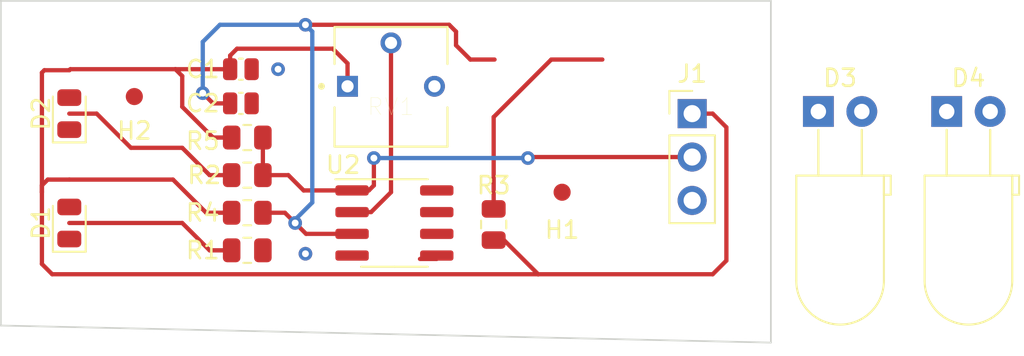
<source format=kicad_pcb>
(kicad_pcb (version 20171130) (host pcbnew 5.1.7-a382d34a8~87~ubuntu20.04.1)

  (general
    (thickness 1.6)
    (drawings 4)
    (tracks 81)
    (zones 0)
    (modules 16)
    (nets 9)
  )

  (page A4)
  (layers
    (0 F.Cu signal)
    (31 B.Cu signal)
    (32 B.Adhes user)
    (33 F.Adhes user)
    (34 B.Paste user)
    (35 F.Paste user)
    (36 B.SilkS user)
    (37 F.SilkS user)
    (38 B.Mask user)
    (39 F.Mask user)
    (40 Dwgs.User user)
    (41 Cmts.User user)
    (42 Eco1.User user)
    (43 Eco2.User user)
    (44 Edge.Cuts user)
    (45 Margin user)
    (46 B.CrtYd user)
    (47 F.CrtYd user)
    (48 B.Fab user)
    (49 F.Fab user)
  )

  (setup
    (last_trace_width 0.25)
    (trace_clearance 0.2)
    (zone_clearance 0.508)
    (zone_45_only no)
    (trace_min 0.2)
    (via_size 0.8)
    (via_drill 0.4)
    (via_min_size 0.4)
    (via_min_drill 0.3)
    (uvia_size 0.3)
    (uvia_drill 0.1)
    (uvias_allowed no)
    (uvia_min_size 0.2)
    (uvia_min_drill 0.1)
    (edge_width 0.05)
    (segment_width 0.2)
    (pcb_text_width 0.3)
    (pcb_text_size 1.5 1.5)
    (mod_edge_width 0.12)
    (mod_text_size 1 1)
    (mod_text_width 0.15)
    (pad_size 1.524 1.524)
    (pad_drill 0.762)
    (pad_to_mask_clearance 0)
    (aux_axis_origin 0 0)
    (visible_elements FFFFFF7F)
    (pcbplotparams
      (layerselection 0x010fc_ffffffff)
      (usegerberextensions false)
      (usegerberattributes true)
      (usegerberadvancedattributes true)
      (creategerberjobfile true)
      (excludeedgelayer true)
      (linewidth 0.100000)
      (plotframeref false)
      (viasonmask false)
      (mode 1)
      (useauxorigin false)
      (hpglpennumber 1)
      (hpglpenspeed 20)
      (hpglpendiameter 15.000000)
      (psnegative false)
      (psa4output false)
      (plotreference true)
      (plotvalue true)
      (plotinvisibletext false)
      (padsonsilk false)
      (subtractmaskfromsilk false)
      (outputformat 1)
      (mirror false)
      (drillshape 1)
      (scaleselection 1)
      (outputdirectory ""))
  )

  (net 0 "")
  (net 1 +5V)
  (net 2 GND)
  (net 3 "Net-(C2-Pad1)")
  (net 4 "Net-(D1-Pad1)")
  (net 5 "Net-(D2-Pad1)")
  (net 6 /D0)
  (net 7 "Net-(RV1-Pad2)")
  (net 8 "Net-(D3-Pad2)")

  (net_class Default "This is the default net class."
    (clearance 0.2)
    (trace_width 0.25)
    (via_dia 0.8)
    (via_drill 0.4)
    (uvia_dia 0.3)
    (uvia_drill 0.1)
    (add_net +5V)
    (add_net /D0)
    (add_net GND)
    (add_net "Net-(C2-Pad1)")
    (add_net "Net-(D1-Pad1)")
    (add_net "Net-(D2-Pad1)")
    (add_net "Net-(D3-Pad2)")
    (add_net "Net-(RV1-Pad2)")
  )

  (module Capacitor_SMD:C_0504_1310Metric_Pad0.83x1.28mm_HandSolder (layer F.Cu) (tedit 5F6BB22C) (tstamp 5FA62D7C)
    (at 121.0275 77)
    (descr "Capacitor SMD 0504 (1310 Metric), square (rectangular) end terminal, IPC_7351 nominal with elongated pad for handsoldering. (Body size source: IPC-SM-782 page 76, https://www.pcb-3d.com/wordpress/wp-content/uploads/ipc-sm-782a_amendment_1_and_2.pdf), generated with kicad-footprint-generator")
    (tags "capacitor handsolder")
    (path /5F9F8CCD)
    (attr smd)
    (fp_text reference C1 (at -2.2275 0) (layer F.SilkS)
      (effects (font (size 1 1) (thickness 0.15)))
    )
    (fp_text value 104 (at 2.9725 0) (layer F.Fab)
      (effects (font (size 1 1) (thickness 0.15)))
    )
    (fp_line (start -0.585 0.51) (end -0.585 -0.51) (layer F.Fab) (width 0.1))
    (fp_line (start -0.585 -0.51) (end 0.585 -0.51) (layer F.Fab) (width 0.1))
    (fp_line (start 0.585 -0.51) (end 0.585 0.51) (layer F.Fab) (width 0.1))
    (fp_line (start 0.585 0.51) (end -0.585 0.51) (layer F.Fab) (width 0.1))
    (fp_line (start -0.101969 -0.62) (end 0.101969 -0.62) (layer F.SilkS) (width 0.12))
    (fp_line (start -0.101969 0.62) (end 0.101969 0.62) (layer F.SilkS) (width 0.12))
    (fp_line (start -1.19 0.79) (end -1.19 -0.79) (layer F.CrtYd) (width 0.05))
    (fp_line (start -1.19 -0.79) (end 1.19 -0.79) (layer F.CrtYd) (width 0.05))
    (fp_line (start 1.19 -0.79) (end 1.19 0.79) (layer F.CrtYd) (width 0.05))
    (fp_line (start 1.19 0.79) (end -1.19 0.79) (layer F.CrtYd) (width 0.05))
    (fp_text user %R (at 0 0) (layer F.Fab)
      (effects (font (size 0.29 0.29) (thickness 0.04)))
    )
    (pad 1 smd roundrect (at -0.6275 0) (size 0.835 1.28) (layers F.Cu F.Paste F.Mask) (roundrect_rratio 0.25)
      (net 1 +5V))
    (pad 2 smd roundrect (at 0.6275 0) (size 0.835 1.28) (layers F.Cu F.Paste F.Mask) (roundrect_rratio 0.25)
      (net 2 GND))
    (model ${KISYS3DMOD}/Capacitor_SMD.3dshapes/C_0504_1310Metric.wrl
      (at (xyz 0 0 0))
      (scale (xyz 1 1 1))
      (rotate (xyz 0 0 0))
    )
  )

  (module Capacitor_SMD:C_0504_1310Metric_Pad0.83x1.28mm_HandSolder (layer F.Cu) (tedit 5F6BB22C) (tstamp 5FA62D8D)
    (at 121.0275 79)
    (descr "Capacitor SMD 0504 (1310 Metric), square (rectangular) end terminal, IPC_7351 nominal with elongated pad for handsoldering. (Body size source: IPC-SM-782 page 76, https://www.pcb-3d.com/wordpress/wp-content/uploads/ipc-sm-782a_amendment_1_and_2.pdf), generated with kicad-footprint-generator")
    (tags "capacitor handsolder")
    (path /5F9FD5B9)
    (attr smd)
    (fp_text reference C2 (at -2.2275 0) (layer F.SilkS)
      (effects (font (size 1 1) (thickness 0.15)))
    )
    (fp_text value 104 (at 2.9725 0) (layer F.Fab)
      (effects (font (size 1 1) (thickness 0.15)))
    )
    (fp_line (start 1.19 0.79) (end -1.19 0.79) (layer F.CrtYd) (width 0.05))
    (fp_line (start 1.19 -0.79) (end 1.19 0.79) (layer F.CrtYd) (width 0.05))
    (fp_line (start -1.19 -0.79) (end 1.19 -0.79) (layer F.CrtYd) (width 0.05))
    (fp_line (start -1.19 0.79) (end -1.19 -0.79) (layer F.CrtYd) (width 0.05))
    (fp_line (start -0.101969 0.62) (end 0.101969 0.62) (layer F.SilkS) (width 0.12))
    (fp_line (start -0.101969 -0.62) (end 0.101969 -0.62) (layer F.SilkS) (width 0.12))
    (fp_line (start 0.585 0.51) (end -0.585 0.51) (layer F.Fab) (width 0.1))
    (fp_line (start 0.585 -0.51) (end 0.585 0.51) (layer F.Fab) (width 0.1))
    (fp_line (start -0.585 -0.51) (end 0.585 -0.51) (layer F.Fab) (width 0.1))
    (fp_line (start -0.585 0.51) (end -0.585 -0.51) (layer F.Fab) (width 0.1))
    (fp_text user %R (at 0 0) (layer F.Fab)
      (effects (font (size 0.29 0.29) (thickness 0.04)))
    )
    (pad 2 smd roundrect (at 0.6275 0) (size 0.835 1.28) (layers F.Cu F.Paste F.Mask) (roundrect_rratio 0.25)
      (net 2 GND))
    (pad 1 smd roundrect (at -0.6275 0) (size 0.835 1.28) (layers F.Cu F.Paste F.Mask) (roundrect_rratio 0.25)
      (net 3 "Net-(C2-Pad1)"))
    (model ${KISYS3DMOD}/Capacitor_SMD.3dshapes/C_0504_1310Metric.wrl
      (at (xyz 0 0 0))
      (scale (xyz 1 1 1))
      (rotate (xyz 0 0 0))
    )
  )

  (module Fiducial:Fiducial_1mm_Mask2mm (layer F.Cu) (tedit 5C18CB26) (tstamp 5FA62DC7)
    (at 139.8 84.2)
    (descr "Circular Fiducial, 1mm bare copper, 2mm soldermask opening (Level A)")
    (tags fiducial)
    (path /5FA6F62D)
    (attr smd)
    (fp_text reference H1 (at 0 2.2) (layer F.SilkS)
      (effects (font (size 1 1) (thickness 0.15)))
    )
    (fp_text value MountingHole (at 2.2 -0.4 90) (layer F.Fab)
      (effects (font (size 1 1) (thickness 0.15)))
    )
    (fp_circle (center 0 0) (end 1 0) (layer F.Fab) (width 0.1))
    (fp_circle (center 0 0) (end 1.25 0) (layer F.CrtYd) (width 0.05))
    (fp_text user %R (at 0 0) (layer F.Fab)
      (effects (font (size 0.4 0.4) (thickness 0.06)))
    )
    (pad "" smd circle (at 0 0) (size 1 1) (layers F.Cu F.Mask)
      (solder_mask_margin 0.5) (clearance 0.5))
  )

  (module Fiducial:Fiducial_1mm_Mask2mm (layer F.Cu) (tedit 5C18CB26) (tstamp 5FA62DCF)
    (at 114.8 78.6)
    (descr "Circular Fiducial, 1mm bare copper, 2mm soldermask opening (Level A)")
    (tags fiducial)
    (path /5FA70E47)
    (attr smd)
    (fp_text reference H2 (at 0 2) (layer F.SilkS)
      (effects (font (size 1 1) (thickness 0.15)))
    )
    (fp_text value MountingHole (at 1.6 4 270) (layer F.Fab)
      (effects (font (size 1 1) (thickness 0.15)))
    )
    (fp_circle (center 0 0) (end 1.25 0) (layer F.CrtYd) (width 0.05))
    (fp_circle (center 0 0) (end 1 0) (layer F.Fab) (width 0.1))
    (fp_text user %R (at 1.354999 0) (layer F.Fab)
      (effects (font (size 0.4 0.4) (thickness 0.06)))
    )
    (pad "" smd circle (at 0 0) (size 1 1) (layers F.Cu F.Mask)
      (solder_mask_margin 0.5) (clearance 0.5))
  )

  (module Connector_PinHeader_2.54mm:PinHeader_1x03_P2.54mm_Vertical (layer F.Cu) (tedit 59FED5CC) (tstamp 5FA6BFF2)
    (at 147.4 79.6)
    (descr "Through hole straight pin header, 1x03, 2.54mm pitch, single row")
    (tags "Through hole pin header THT 1x03 2.54mm single row")
    (path /5F9FAFDC)
    (fp_text reference J1 (at 0 -2.33) (layer F.SilkS)
      (effects (font (size 1 1) (thickness 0.15)))
    )
    (fp_text value Conn_01x03_Male (at -2.8 3 90) (layer F.Fab)
      (effects (font (size 1 1) (thickness 0.15)))
    )
    (fp_line (start -0.635 -1.27) (end 1.27 -1.27) (layer F.Fab) (width 0.1))
    (fp_line (start 1.27 -1.27) (end 1.27 6.35) (layer F.Fab) (width 0.1))
    (fp_line (start 1.27 6.35) (end -1.27 6.35) (layer F.Fab) (width 0.1))
    (fp_line (start -1.27 6.35) (end -1.27 -0.635) (layer F.Fab) (width 0.1))
    (fp_line (start -1.27 -0.635) (end -0.635 -1.27) (layer F.Fab) (width 0.1))
    (fp_line (start -1.33 6.41) (end 1.33 6.41) (layer F.SilkS) (width 0.12))
    (fp_line (start -1.33 1.27) (end -1.33 6.41) (layer F.SilkS) (width 0.12))
    (fp_line (start 1.33 1.27) (end 1.33 6.41) (layer F.SilkS) (width 0.12))
    (fp_line (start -1.33 1.27) (end 1.33 1.27) (layer F.SilkS) (width 0.12))
    (fp_line (start -1.33 0) (end -1.33 -1.33) (layer F.SilkS) (width 0.12))
    (fp_line (start -1.33 -1.33) (end 0 -1.33) (layer F.SilkS) (width 0.12))
    (fp_line (start -1.8 -1.8) (end -1.8 6.85) (layer F.CrtYd) (width 0.05))
    (fp_line (start -1.8 6.85) (end 1.8 6.85) (layer F.CrtYd) (width 0.05))
    (fp_line (start 1.8 6.85) (end 1.8 -1.8) (layer F.CrtYd) (width 0.05))
    (fp_line (start 1.8 -1.8) (end -1.8 -1.8) (layer F.CrtYd) (width 0.05))
    (fp_text user %R (at 0 2.54 90) (layer F.Fab)
      (effects (font (size 1 1) (thickness 0.15)))
    )
    (pad 1 thru_hole rect (at 0 0) (size 1.7 1.7) (drill 1) (layers *.Cu *.Mask)
      (net 1 +5V))
    (pad 2 thru_hole oval (at 0 2.54) (size 1.7 1.7) (drill 1) (layers *.Cu *.Mask)
      (net 6 /D0))
    (pad 3 thru_hole oval (at 0 5.08) (size 1.7 1.7) (drill 1) (layers *.Cu *.Mask)
      (net 2 GND))
    (model ${KISYS3DMOD}/Connector_PinHeader_2.54mm.3dshapes/PinHeader_1x03_P2.54mm_Vertical.wrl
      (at (xyz 0 0 0))
      (scale (xyz 1 1 1))
      (rotate (xyz 0 0 0))
    )
  )

  (module Resistor_SMD:R_0805_2012Metric (layer F.Cu) (tedit 5F68FEEE) (tstamp 5FA62DF7)
    (at 121.4 87.6)
    (descr "Resistor SMD 0805 (2012 Metric), square (rectangular) end terminal, IPC_7351 nominal, (Body size source: IPC-SM-782 page 72, https://www.pcb-3d.com/wordpress/wp-content/uploads/ipc-sm-782a_amendment_1_and_2.pdf), generated with kicad-footprint-generator")
    (tags resistor)
    (path /5FA074D2)
    (attr smd)
    (fp_text reference R1 (at -2.6 0) (layer F.SilkS)
      (effects (font (size 1 1) (thickness 0.15)))
    )
    (fp_text value 1K (at 2.6 0) (layer F.Fab)
      (effects (font (size 1 1) (thickness 0.15)))
    )
    (fp_line (start -1 0.625) (end -1 -0.625) (layer F.Fab) (width 0.1))
    (fp_line (start -1 -0.625) (end 1 -0.625) (layer F.Fab) (width 0.1))
    (fp_line (start 1 -0.625) (end 1 0.625) (layer F.Fab) (width 0.1))
    (fp_line (start 1 0.625) (end -1 0.625) (layer F.Fab) (width 0.1))
    (fp_line (start -0.227064 -0.735) (end 0.227064 -0.735) (layer F.SilkS) (width 0.12))
    (fp_line (start -0.227064 0.735) (end 0.227064 0.735) (layer F.SilkS) (width 0.12))
    (fp_line (start -1.68 0.95) (end -1.68 -0.95) (layer F.CrtYd) (width 0.05))
    (fp_line (start -1.68 -0.95) (end 1.68 -0.95) (layer F.CrtYd) (width 0.05))
    (fp_line (start 1.68 -0.95) (end 1.68 0.95) (layer F.CrtYd) (width 0.05))
    (fp_line (start 1.68 0.95) (end -1.68 0.95) (layer F.CrtYd) (width 0.05))
    (fp_text user %R (at -1 0) (layer F.Fab)
      (effects (font (size 0.5 0.5) (thickness 0.08)))
    )
    (pad 1 smd roundrect (at -0.9125 0) (size 1.025 1.4) (layers F.Cu F.Paste F.Mask) (roundrect_rratio 0.243902)
      (net 4 "Net-(D1-Pad1)"))
    (pad 2 smd roundrect (at 0.9125 0) (size 1.025 1.4) (layers F.Cu F.Paste F.Mask) (roundrect_rratio 0.243902)
      (net 2 GND))
    (model ${KISYS3DMOD}/Resistor_SMD.3dshapes/R_0805_2012Metric.wrl
      (at (xyz 0 0 0))
      (scale (xyz 1 1 1))
      (rotate (xyz 0 0 0))
    )
  )

  (module Resistor_SMD:R_0805_2012Metric (layer F.Cu) (tedit 5F68FEEE) (tstamp 5FA62E08)
    (at 121.4 83.2)
    (descr "Resistor SMD 0805 (2012 Metric), square (rectangular) end terminal, IPC_7351 nominal, (Body size source: IPC-SM-782 page 72, https://www.pcb-3d.com/wordpress/wp-content/uploads/ipc-sm-782a_amendment_1_and_2.pdf), generated with kicad-footprint-generator")
    (tags resistor)
    (path /5F9FC3E7)
    (attr smd)
    (fp_text reference R2 (at -2.5125 0) (layer F.SilkS)
      (effects (font (size 1 1) (thickness 0.15)))
    )
    (fp_text value 1K (at 2.7125 0.2) (layer F.Fab)
      (effects (font (size 1 1) (thickness 0.15)))
    )
    (fp_line (start 1.68 0.95) (end -1.68 0.95) (layer F.CrtYd) (width 0.05))
    (fp_line (start 1.68 -0.95) (end 1.68 0.95) (layer F.CrtYd) (width 0.05))
    (fp_line (start -1.68 -0.95) (end 1.68 -0.95) (layer F.CrtYd) (width 0.05))
    (fp_line (start -1.68 0.95) (end -1.68 -0.95) (layer F.CrtYd) (width 0.05))
    (fp_line (start -0.227064 0.735) (end 0.227064 0.735) (layer F.SilkS) (width 0.12))
    (fp_line (start -0.227064 -0.735) (end 0.227064 -0.735) (layer F.SilkS) (width 0.12))
    (fp_line (start 1 0.625) (end -1 0.625) (layer F.Fab) (width 0.1))
    (fp_line (start 1 -0.625) (end 1 0.625) (layer F.Fab) (width 0.1))
    (fp_line (start -1 -0.625) (end 1 -0.625) (layer F.Fab) (width 0.1))
    (fp_line (start -1 0.625) (end -1 -0.625) (layer F.Fab) (width 0.1))
    (fp_text user %R (at 0 0) (layer F.Fab)
      (effects (font (size 0.5 0.5) (thickness 0.08)))
    )
    (pad 2 smd roundrect (at 0.9125 0) (size 1.025 1.4) (layers F.Cu F.Paste F.Mask) (roundrect_rratio 0.243902)
      (net 6 /D0))
    (pad 1 smd roundrect (at -0.9125 0) (size 1.025 1.4) (layers F.Cu F.Paste F.Mask) (roundrect_rratio 0.243902)
      (net 5 "Net-(D2-Pad1)"))
    (model ${KISYS3DMOD}/Resistor_SMD.3dshapes/R_0805_2012Metric.wrl
      (at (xyz 0 0 0))
      (scale (xyz 1 1 1))
      (rotate (xyz 0 0 0))
    )
  )

  (module Resistor_SMD:R_0805_2012Metric (layer F.Cu) (tedit 5F68FEEE) (tstamp 5FA6C2D4)
    (at 135.8 86.0875 90)
    (descr "Resistor SMD 0805 (2012 Metric), square (rectangular) end terminal, IPC_7351 nominal, (Body size source: IPC-SM-782 page 72, https://www.pcb-3d.com/wordpress/wp-content/uploads/ipc-sm-782a_amendment_1_and_2.pdf), generated with kicad-footprint-generator")
    (tags resistor)
    (path /5FA0E964)
    (attr smd)
    (fp_text reference R3 (at 2.2875 0 180) (layer F.SilkS)
      (effects (font (size 1 1) (thickness 0.15)))
    )
    (fp_text value 100 (at -2.5125 0 180) (layer F.Fab)
      (effects (font (size 1 1) (thickness 0.15)))
    )
    (fp_line (start 1.68 0.95) (end -1.68 0.95) (layer F.CrtYd) (width 0.05))
    (fp_line (start 1.68 -0.95) (end 1.68 0.95) (layer F.CrtYd) (width 0.05))
    (fp_line (start -1.68 -0.95) (end 1.68 -0.95) (layer F.CrtYd) (width 0.05))
    (fp_line (start -1.68 0.95) (end -1.68 -0.95) (layer F.CrtYd) (width 0.05))
    (fp_line (start -0.227064 0.735) (end 0.227064 0.735) (layer F.SilkS) (width 0.12))
    (fp_line (start -0.227064 -0.735) (end 0.227064 -0.735) (layer F.SilkS) (width 0.12))
    (fp_line (start 1 0.625) (end -1 0.625) (layer F.Fab) (width 0.1))
    (fp_line (start 1 -0.625) (end 1 0.625) (layer F.Fab) (width 0.1))
    (fp_line (start -1 -0.625) (end 1 -0.625) (layer F.Fab) (width 0.1))
    (fp_line (start -1 0.625) (end -1 -0.625) (layer F.Fab) (width 0.1))
    (fp_text user %R (at 0 0 270) (layer F.Fab)
      (effects (font (size 0.5 0.5) (thickness 0.08)))
    )
    (pad 2 smd roundrect (at 0.9125 0 90) (size 1.025 1.4) (layers F.Cu F.Paste F.Mask) (roundrect_rratio 0.243902)
      (net 8 "Net-(D3-Pad2)"))
    (pad 1 smd roundrect (at -0.9125 0 90) (size 1.025 1.4) (layers F.Cu F.Paste F.Mask) (roundrect_rratio 0.243902)
      (net 1 +5V))
    (model ${KISYS3DMOD}/Resistor_SMD.3dshapes/R_0805_2012Metric.wrl
      (at (xyz 0 0 0))
      (scale (xyz 1 1 1))
      (rotate (xyz 0 0 0))
    )
  )

  (module Resistor_SMD:R_0805_2012Metric (layer F.Cu) (tedit 5F68FEEE) (tstamp 5FA6B143)
    (at 121.4 85.4)
    (descr "Resistor SMD 0805 (2012 Metric), square (rectangular) end terminal, IPC_7351 nominal, (Body size source: IPC-SM-782 page 72, https://www.pcb-3d.com/wordpress/wp-content/uploads/ipc-sm-782a_amendment_1_and_2.pdf), generated with kicad-footprint-generator")
    (tags resistor)
    (path /5F9FCABF)
    (attr smd)
    (fp_text reference R4 (at -2.6 0) (layer F.SilkS)
      (effects (font (size 1 1) (thickness 0.15)))
    )
    (fp_text value 10K (at 3 0) (layer F.Fab)
      (effects (font (size 1 1) (thickness 0.15)))
    )
    (fp_line (start -1 0.625) (end -1 -0.625) (layer F.Fab) (width 0.1))
    (fp_line (start -1 -0.625) (end 1 -0.625) (layer F.Fab) (width 0.1))
    (fp_line (start 1 -0.625) (end 1 0.625) (layer F.Fab) (width 0.1))
    (fp_line (start 1 0.625) (end -1 0.625) (layer F.Fab) (width 0.1))
    (fp_line (start -0.227064 -0.735) (end 0.227064 -0.735) (layer F.SilkS) (width 0.12))
    (fp_line (start -0.227064 0.735) (end 0.227064 0.735) (layer F.SilkS) (width 0.12))
    (fp_line (start -1.68 0.95) (end -1.68 -0.95) (layer F.CrtYd) (width 0.05))
    (fp_line (start -1.68 -0.95) (end 1.68 -0.95) (layer F.CrtYd) (width 0.05))
    (fp_line (start 1.68 -0.95) (end 1.68 0.95) (layer F.CrtYd) (width 0.05))
    (fp_line (start 1.68 0.95) (end -1.68 0.95) (layer F.CrtYd) (width 0.05))
    (fp_text user %R (at -1 0) (layer F.Fab)
      (effects (font (size 0.5 0.5) (thickness 0.08)))
    )
    (pad 1 smd roundrect (at -0.9125 0) (size 1.025 1.4) (layers F.Cu F.Paste F.Mask) (roundrect_rratio 0.243902)
      (net 1 +5V))
    (pad 2 smd roundrect (at 0.9125 0) (size 1.025 1.4) (layers F.Cu F.Paste F.Mask) (roundrect_rratio 0.243902)
      (net 3 "Net-(C2-Pad1)"))
    (model ${KISYS3DMOD}/Resistor_SMD.3dshapes/R_0805_2012Metric.wrl
      (at (xyz 0 0 0))
      (scale (xyz 1 1 1))
      (rotate (xyz 0 0 0))
    )
  )

  (module Resistor_SMD:R_0805_2012Metric (layer F.Cu) (tedit 5F68FEEE) (tstamp 5FA6B401)
    (at 121.4 81)
    (descr "Resistor SMD 0805 (2012 Metric), square (rectangular) end terminal, IPC_7351 nominal, (Body size source: IPC-SM-782 page 72, https://www.pcb-3d.com/wordpress/wp-content/uploads/ipc-sm-782a_amendment_1_and_2.pdf), generated with kicad-footprint-generator")
    (tags resistor)
    (path /5FA5B713)
    (attr smd)
    (fp_text reference R5 (at -2.6 0.2) (layer F.SilkS)
      (effects (font (size 1 1) (thickness 0.15)))
    )
    (fp_text value 10K (at 2.9125 0) (layer F.Fab)
      (effects (font (size 1 1) (thickness 0.15)))
    )
    (fp_line (start -1 0.625) (end -1 -0.625) (layer F.Fab) (width 0.1))
    (fp_line (start -1 -0.625) (end 1 -0.625) (layer F.Fab) (width 0.1))
    (fp_line (start 1 -0.625) (end 1 0.625) (layer F.Fab) (width 0.1))
    (fp_line (start 1 0.625) (end -1 0.625) (layer F.Fab) (width 0.1))
    (fp_line (start -0.227064 -0.735) (end 0.227064 -0.735) (layer F.SilkS) (width 0.12))
    (fp_line (start -0.227064 0.735) (end 0.227064 0.735) (layer F.SilkS) (width 0.12))
    (fp_line (start -1.68 0.95) (end -1.68 -0.95) (layer F.CrtYd) (width 0.05))
    (fp_line (start -1.68 -0.95) (end 1.68 -0.95) (layer F.CrtYd) (width 0.05))
    (fp_line (start 1.68 -0.95) (end 1.68 0.95) (layer F.CrtYd) (width 0.05))
    (fp_line (start 1.68 0.95) (end -1.68 0.95) (layer F.CrtYd) (width 0.05))
    (fp_text user %R (at 0 0) (layer F.Fab)
      (effects (font (size 0.5 0.5) (thickness 0.08)))
    )
    (pad 1 smd roundrect (at -0.9125 0) (size 1.025 1.4) (layers F.Cu F.Paste F.Mask) (roundrect_rratio 0.243902)
      (net 1 +5V))
    (pad 2 smd roundrect (at 0.9125 0) (size 1.025 1.4) (layers F.Cu F.Paste F.Mask) (roundrect_rratio 0.243902)
      (net 6 /D0))
    (model ${KISYS3DMOD}/Resistor_SMD.3dshapes/R_0805_2012Metric.wrl
      (at (xyz 0 0 0))
      (scale (xyz 1 1 1))
      (rotate (xyz 0 0 0))
    )
  )

  (module Package_SO:SOIC-8_3.9x4.9mm_P1.27mm (layer F.Cu) (tedit 5D9F72B1) (tstamp 5FA6C30D)
    (at 130 86)
    (descr "SOIC, 8 Pin (JEDEC MS-012AA, https://www.analog.com/media/en/package-pcb-resources/package/pkg_pdf/soic_narrow-r/r_8.pdf), generated with kicad-footprint-generator ipc_gullwing_generator.py")
    (tags "SOIC SO")
    (path /5F9F97F0)
    (attr smd)
    (fp_text reference U2 (at -3 -3.4) (layer F.SilkS)
      (effects (font (size 1 1) (thickness 0.15)))
    )
    (fp_text value LM393 (at 1.4 -3.4) (layer F.Fab)
      (effects (font (size 1 1) (thickness 0.15)))
    )
    (fp_line (start 0 2.56) (end 1.95 2.56) (layer F.SilkS) (width 0.12))
    (fp_line (start 0 2.56) (end -1.95 2.56) (layer F.SilkS) (width 0.12))
    (fp_line (start 0 -2.56) (end 1.95 -2.56) (layer F.SilkS) (width 0.12))
    (fp_line (start 0 -2.56) (end -3.45 -2.56) (layer F.SilkS) (width 0.12))
    (fp_line (start -0.975 -2.45) (end 1.95 -2.45) (layer F.Fab) (width 0.1))
    (fp_line (start 1.95 -2.45) (end 1.95 2.45) (layer F.Fab) (width 0.1))
    (fp_line (start 1.95 2.45) (end -1.95 2.45) (layer F.Fab) (width 0.1))
    (fp_line (start -1.95 2.45) (end -1.95 -1.475) (layer F.Fab) (width 0.1))
    (fp_line (start -1.95 -1.475) (end -0.975 -2.45) (layer F.Fab) (width 0.1))
    (fp_line (start -3.7 -2.7) (end -3.7 2.7) (layer F.CrtYd) (width 0.05))
    (fp_line (start -3.7 2.7) (end 3.7 2.7) (layer F.CrtYd) (width 0.05))
    (fp_line (start 3.7 2.7) (end 3.7 -2.7) (layer F.CrtYd) (width 0.05))
    (fp_line (start 3.7 -2.7) (end -3.7 -2.7) (layer F.CrtYd) (width 0.05))
    (fp_text user %R (at 0 -0.2) (layer F.Fab)
      (effects (font (size 0.98 0.98) (thickness 0.15)))
    )
    (pad 1 smd roundrect (at -2.475 -1.905) (size 1.95 0.6) (layers F.Cu F.Paste F.Mask) (roundrect_rratio 0.25)
      (net 6 /D0))
    (pad 2 smd roundrect (at -2.475 -0.635) (size 1.95 0.6) (layers F.Cu F.Paste F.Mask) (roundrect_rratio 0.25)
      (net 7 "Net-(RV1-Pad2)"))
    (pad 3 smd roundrect (at -2.475 0.635) (size 1.95 0.6) (layers F.Cu F.Paste F.Mask) (roundrect_rratio 0.25)
      (net 3 "Net-(C2-Pad1)"))
    (pad 4 smd roundrect (at -2.475 1.905) (size 1.95 0.6) (layers F.Cu F.Paste F.Mask) (roundrect_rratio 0.25))
    (pad 5 smd roundrect (at 2.475 1.905) (size 1.95 0.6) (layers F.Cu F.Paste F.Mask) (roundrect_rratio 0.25))
    (pad 6 smd roundrect (at 2.475 0.635) (size 1.95 0.6) (layers F.Cu F.Paste F.Mask) (roundrect_rratio 0.25))
    (pad 7 smd roundrect (at 2.475 -0.635) (size 1.95 0.6) (layers F.Cu F.Paste F.Mask) (roundrect_rratio 0.25))
    (pad 8 smd roundrect (at 2.475 -1.905) (size 1.95 0.6) (layers F.Cu F.Paste F.Mask) (roundrect_rratio 0.25))
    (model ${KISYS3DMOD}/Package_SO.3dshapes/SOIC-8_3.9x4.9mm_P1.27mm.wrl
      (at (xyz 0 0 0))
      (scale (xyz 1 1 1))
      (rotate (xyz 0 0 0))
    )
  )

  (module 3362P-1-103:TRIM_3362P-1-103 (layer F.Cu) (tedit 5FA5753A) (tstamp 5FA6A92A)
    (at 129.8 78)
    (path /5FA0095E)
    (fp_text reference RV1 (at 0 1.2) (layer F.SilkS)
      (effects (font (size 1.002756 1.002756) (thickness 0.015)))
    )
    (fp_text value 20K (at 0 2.4) (layer F.Fab)
      (effects (font (size 1.002394 1.002394) (thickness 0.015)))
    )
    (fp_line (start -3.3 3.52) (end -3.3 1.235) (layer F.SilkS) (width 0.127))
    (fp_line (start -3.3 -1.305) (end -3.3 -3.47) (layer F.SilkS) (width 0.127))
    (fp_line (start -3.3 -3.47) (end 3.3 -3.47) (layer F.SilkS) (width 0.127))
    (fp_line (start 3.3 -3.47) (end 3.3 -1.305) (layer F.SilkS) (width 0.127))
    (fp_line (start 3.3 1.235) (end 3.3 3.52) (layer F.SilkS) (width 0.127))
    (fp_line (start 3.55 3.78) (end -3.55 3.78) (layer F.CrtYd) (width 0.05))
    (fp_line (start -3.55 3.78) (end -3.55 -3.72) (layer F.CrtYd) (width 0.05))
    (fp_line (start -3.55 -3.72) (end 3.55 -3.72) (layer F.CrtYd) (width 0.05))
    (fp_line (start 3.55 -3.72) (end 3.55 3.78) (layer F.CrtYd) (width 0.05))
    (fp_line (start -3.3 -3.47) (end 3.3 -3.47) (layer F.Fab) (width 0.127))
    (fp_line (start 3.3 -3.47) (end 3.3 3.53) (layer F.Fab) (width 0.127))
    (fp_line (start 3.3 3.53) (end -3.3 3.53) (layer F.Fab) (width 0.127))
    (fp_line (start -3.3 3.53) (end -3.3 -3.47) (layer F.Fab) (width 0.127))
    (fp_line (start 3.3 3.53) (end -3.3 3.53) (layer F.SilkS) (width 0.127))
    (fp_circle (center -4.064 0) (end -3.964 0) (layer F.SilkS) (width 0.2))
    (pad 3 thru_hole circle (at 2.54 0) (size 1.222 1.222) (drill 0.714) (layers *.Cu *.Mask)
      (net 2 GND))
    (pad 2 thru_hole circle (at 0 -2.54) (size 1.222 1.222) (drill 0.714) (layers *.Cu *.Mask)
      (net 7 "Net-(RV1-Pad2)"))
    (pad 1 thru_hole rect (at -2.54 0) (size 1.222 1.222) (drill 0.714) (layers *.Cu *.Mask)
      (net 1 +5V))
  )

  (module Diode_SMD:D_0805_2012Metric (layer F.Cu) (tedit 5F68FEF0) (tstamp 5FA6CE5D)
    (at 111 86 90)
    (descr "Diode SMD 0805 (2012 Metric), square (rectangular) end terminal, IPC_7351 nominal, (Body size source: https://docs.google.com/spreadsheets/d/1BsfQQcO9C6DZCsRaXUlFlo91Tg2WpOkGARC1WS5S8t0/edit?usp=sharing), generated with kicad-footprint-generator")
    (tags diode)
    (path /5F9F90C6)
    (attr smd)
    (fp_text reference D1 (at 0 -1.65 90) (layer F.SilkS)
      (effects (font (size 1 1) (thickness 0.15)))
    )
    (fp_text value LED (at 0 1.65 90) (layer F.Fab)
      (effects (font (size 1 1) (thickness 0.15)))
    )
    (fp_line (start 1.68 0.95) (end -1.68 0.95) (layer F.CrtYd) (width 0.05))
    (fp_line (start 1.68 -0.95) (end 1.68 0.95) (layer F.CrtYd) (width 0.05))
    (fp_line (start -1.68 -0.95) (end 1.68 -0.95) (layer F.CrtYd) (width 0.05))
    (fp_line (start -1.68 0.95) (end -1.68 -0.95) (layer F.CrtYd) (width 0.05))
    (fp_line (start -1.685 0.96) (end 1 0.96) (layer F.SilkS) (width 0.12))
    (fp_line (start -1.685 -0.96) (end -1.685 0.96) (layer F.SilkS) (width 0.12))
    (fp_line (start 1 -0.96) (end -1.685 -0.96) (layer F.SilkS) (width 0.12))
    (fp_line (start 1 0.6) (end 1 -0.6) (layer F.Fab) (width 0.1))
    (fp_line (start -1 0.6) (end 1 0.6) (layer F.Fab) (width 0.1))
    (fp_line (start -1 -0.3) (end -1 0.6) (layer F.Fab) (width 0.1))
    (fp_line (start -0.7 -0.6) (end -1 -0.3) (layer F.Fab) (width 0.1))
    (fp_line (start 1 -0.6) (end -0.7 -0.6) (layer F.Fab) (width 0.1))
    (fp_text user %R (at 0 0 90) (layer F.Fab)
      (effects (font (size 0.5 0.5) (thickness 0.08)))
    )
    (pad 1 smd roundrect (at -0.9375 0 90) (size 0.975 1.4) (layers F.Cu F.Paste F.Mask) (roundrect_rratio 0.25)
      (net 4 "Net-(D1-Pad1)"))
    (pad 2 smd roundrect (at 0.9375 0 90) (size 0.975 1.4) (layers F.Cu F.Paste F.Mask) (roundrect_rratio 0.25)
      (net 1 +5V))
    (model ${KISYS3DMOD}/Diode_SMD.3dshapes/D_0805_2012Metric.wrl
      (at (xyz 0 0 0))
      (scale (xyz 1 1 1))
      (rotate (xyz 0 0 0))
    )
  )

  (module Diode_SMD:D_0805_2012Metric (layer F.Cu) (tedit 5F68FEF0) (tstamp 5FA6CE6F)
    (at 111 79.6 90)
    (descr "Diode SMD 0805 (2012 Metric), square (rectangular) end terminal, IPC_7351 nominal, (Body size source: https://docs.google.com/spreadsheets/d/1BsfQQcO9C6DZCsRaXUlFlo91Tg2WpOkGARC1WS5S8t0/edit?usp=sharing), generated with kicad-footprint-generator")
    (tags diode)
    (path /5F9FCF9A)
    (attr smd)
    (fp_text reference D2 (at 0 -1.65 90) (layer F.SilkS)
      (effects (font (size 1 1) (thickness 0.15)))
    )
    (fp_text value LED (at 0 1.65 90) (layer F.Fab)
      (effects (font (size 1 1) (thickness 0.15)))
    )
    (fp_text user %R (at 0 0 90) (layer F.Fab)
      (effects (font (size 0.5 0.5) (thickness 0.08)))
    )
    (fp_line (start 1 -0.6) (end -0.7 -0.6) (layer F.Fab) (width 0.1))
    (fp_line (start -0.7 -0.6) (end -1 -0.3) (layer F.Fab) (width 0.1))
    (fp_line (start -1 -0.3) (end -1 0.6) (layer F.Fab) (width 0.1))
    (fp_line (start -1 0.6) (end 1 0.6) (layer F.Fab) (width 0.1))
    (fp_line (start 1 0.6) (end 1 -0.6) (layer F.Fab) (width 0.1))
    (fp_line (start 1 -0.96) (end -1.685 -0.96) (layer F.SilkS) (width 0.12))
    (fp_line (start -1.685 -0.96) (end -1.685 0.96) (layer F.SilkS) (width 0.12))
    (fp_line (start -1.685 0.96) (end 1 0.96) (layer F.SilkS) (width 0.12))
    (fp_line (start -1.68 0.95) (end -1.68 -0.95) (layer F.CrtYd) (width 0.05))
    (fp_line (start -1.68 -0.95) (end 1.68 -0.95) (layer F.CrtYd) (width 0.05))
    (fp_line (start 1.68 -0.95) (end 1.68 0.95) (layer F.CrtYd) (width 0.05))
    (fp_line (start 1.68 0.95) (end -1.68 0.95) (layer F.CrtYd) (width 0.05))
    (pad 2 smd roundrect (at 0.9375 0 90) (size 0.975 1.4) (layers F.Cu F.Paste F.Mask) (roundrect_rratio 0.25)
      (net 1 +5V))
    (pad 1 smd roundrect (at -0.9375 0 90) (size 0.975 1.4) (layers F.Cu F.Paste F.Mask) (roundrect_rratio 0.25)
      (net 5 "Net-(D2-Pad1)"))
    (model ${KISYS3DMOD}/Diode_SMD.3dshapes/D_0805_2012Metric.wrl
      (at (xyz 0 0 0))
      (scale (xyz 1 1 1))
      (rotate (xyz 0 0 0))
    )
  )

  (module LED_THT:LED_D5.0mm_Horizontal_O3.81mm_Z15.0mm (layer F.Cu) (tedit 5880A863) (tstamp 5FA6CEAA)
    (at 154.775001 79.475001)
    (descr "LED, diameter 5.0mm z-position of LED center 3.0mm, 2 pins, diameter 5.0mm z-position of LED center 3.0mm, 2 pins, diameter 5.0mm z-position of LED center 3.0mm, 2 pins, diameter 5.0mm z-position of LED center 9.0mm, 2 pins, diameter 5.0mm z-position of LED center 9.0mm, 2 pins, diameter 5.0mm z-position of LED center 9.0mm, 2 pins, diameter 5.0mm z-position of LED center 15.0mm, 2 pins, diameter 5.0mm z-position of LED center 15.0mm, 2 pins")
    (tags "LED diameter 5.0mm z-position of LED center 3.0mm 2 pins diameter 5.0mm z-position of LED center 3.0mm 2 pins diameter 5.0mm z-position of LED center 3.0mm 2 pins diameter 5.0mm z-position of LED center 9.0mm 2 pins diameter 5.0mm z-position of LED center 9.0mm 2 pins diameter 5.0mm z-position of LED center 9.0mm 2 pins diameter 5.0mm z-position of LED center 15.0mm 2 pins diameter 5.0mm z-position of LED center 15.0mm 2 pins")
    (path /5FA77C50)
    (fp_text reference D3 (at 1.27 -1.96) (layer F.SilkS)
      (effects (font (size 1 1) (thickness 0.15)))
    )
    (fp_text value LED (at 1.27 13.47) (layer F.Fab)
      (effects (font (size 1 1) (thickness 0.15)))
    )
    (fp_line (start 4.5 -1.25) (end -1.95 -1.25) (layer F.CrtYd) (width 0.05))
    (fp_line (start 4.5 12.75) (end 4.5 -1.25) (layer F.CrtYd) (width 0.05))
    (fp_line (start -1.95 12.75) (end 4.5 12.75) (layer F.CrtYd) (width 0.05))
    (fp_line (start -1.95 -1.25) (end -1.95 12.75) (layer F.CrtYd) (width 0.05))
    (fp_line (start 2.54 1.08) (end 2.54 1.08) (layer F.SilkS) (width 0.12))
    (fp_line (start 2.54 3.75) (end 2.54 1.08) (layer F.SilkS) (width 0.12))
    (fp_line (start 2.54 3.75) (end 2.54 3.75) (layer F.SilkS) (width 0.12))
    (fp_line (start 2.54 1.08) (end 2.54 3.75) (layer F.SilkS) (width 0.12))
    (fp_line (start 0 1.08) (end 0 1.08) (layer F.SilkS) (width 0.12))
    (fp_line (start 0 3.75) (end 0 1.08) (layer F.SilkS) (width 0.12))
    (fp_line (start 0 3.75) (end 0 3.75) (layer F.SilkS) (width 0.12))
    (fp_line (start 0 1.08) (end 0 3.75) (layer F.SilkS) (width 0.12))
    (fp_line (start 3.83 3.75) (end 4.23 3.75) (layer F.SilkS) (width 0.12))
    (fp_line (start 3.83 4.87) (end 3.83 3.75) (layer F.SilkS) (width 0.12))
    (fp_line (start 4.23 4.87) (end 3.83 4.87) (layer F.SilkS) (width 0.12))
    (fp_line (start 4.23 3.75) (end 4.23 4.87) (layer F.SilkS) (width 0.12))
    (fp_line (start -1.29 3.75) (end 3.83 3.75) (layer F.SilkS) (width 0.12))
    (fp_line (start 3.83 3.75) (end 3.83 9.91) (layer F.SilkS) (width 0.12))
    (fp_line (start -1.29 3.75) (end -1.29 9.91) (layer F.SilkS) (width 0.12))
    (fp_line (start 2.54 0) (end 2.54 0) (layer F.Fab) (width 0.1))
    (fp_line (start 2.54 3.81) (end 2.54 0) (layer F.Fab) (width 0.1))
    (fp_line (start 2.54 3.81) (end 2.54 3.81) (layer F.Fab) (width 0.1))
    (fp_line (start 2.54 0) (end 2.54 3.81) (layer F.Fab) (width 0.1))
    (fp_line (start 0 0) (end 0 0) (layer F.Fab) (width 0.1))
    (fp_line (start 0 3.81) (end 0 0) (layer F.Fab) (width 0.1))
    (fp_line (start 0 3.81) (end 0 3.81) (layer F.Fab) (width 0.1))
    (fp_line (start 0 0) (end 0 3.81) (layer F.Fab) (width 0.1))
    (fp_line (start 3.77 3.81) (end 4.17 3.81) (layer F.Fab) (width 0.1))
    (fp_line (start 3.77 4.81) (end 3.77 3.81) (layer F.Fab) (width 0.1))
    (fp_line (start 4.17 4.81) (end 3.77 4.81) (layer F.Fab) (width 0.1))
    (fp_line (start 4.17 3.81) (end 4.17 4.81) (layer F.Fab) (width 0.1))
    (fp_line (start -1.23 3.81) (end 3.77 3.81) (layer F.Fab) (width 0.1))
    (fp_line (start 3.77 3.81) (end 3.77 9.91) (layer F.Fab) (width 0.1))
    (fp_line (start -1.23 3.81) (end -1.23 9.91) (layer F.Fab) (width 0.1))
    (fp_arc (start 1.27 9.91) (end -1.23 9.91) (angle -180) (layer F.Fab) (width 0.1))
    (fp_arc (start 1.27 9.91) (end -1.29 9.91) (angle -180) (layer F.SilkS) (width 0.12))
    (pad 1 thru_hole rect (at 0 0) (size 1.8 1.8) (drill 0.9) (layers *.Cu *.Mask)
      (net 2 GND))
    (pad 2 thru_hole circle (at 2.54 0) (size 1.8 1.8) (drill 0.9) (layers *.Cu *.Mask)
      (net 8 "Net-(D3-Pad2)"))
    (model ${KISYS3DMOD}/LED_THT.3dshapes/LED_D5.0mm_Horizontal_O3.81mm_Z15.0mm.wrl
      (at (xyz 0 0 0))
      (scale (xyz 1 1 1))
      (rotate (xyz 0 0 0))
    )
  )

  (module LED_THT:LED_D5.0mm_Horizontal_O3.81mm_Z15.0mm (layer F.Cu) (tedit 5880A863) (tstamp 5FA6CED4)
    (at 162.275001 79.475001)
    (descr "LED, diameter 5.0mm z-position of LED center 3.0mm, 2 pins, diameter 5.0mm z-position of LED center 3.0mm, 2 pins, diameter 5.0mm z-position of LED center 3.0mm, 2 pins, diameter 5.0mm z-position of LED center 9.0mm, 2 pins, diameter 5.0mm z-position of LED center 9.0mm, 2 pins, diameter 5.0mm z-position of LED center 9.0mm, 2 pins, diameter 5.0mm z-position of LED center 15.0mm, 2 pins, diameter 5.0mm z-position of LED center 15.0mm, 2 pins")
    (tags "LED diameter 5.0mm z-position of LED center 3.0mm 2 pins diameter 5.0mm z-position of LED center 3.0mm 2 pins diameter 5.0mm z-position of LED center 3.0mm 2 pins diameter 5.0mm z-position of LED center 9.0mm 2 pins diameter 5.0mm z-position of LED center 9.0mm 2 pins diameter 5.0mm z-position of LED center 9.0mm 2 pins diameter 5.0mm z-position of LED center 15.0mm 2 pins diameter 5.0mm z-position of LED center 15.0mm 2 pins")
    (path /5FA791C5)
    (fp_text reference D4 (at 1.27 -1.96) (layer F.SilkS)
      (effects (font (size 1 1) (thickness 0.15)))
    )
    (fp_text value D_Photo (at 1.27 13.47) (layer F.Fab)
      (effects (font (size 1 1) (thickness 0.15)))
    )
    (fp_arc (start 1.27 9.91) (end -1.29 9.91) (angle -180) (layer F.SilkS) (width 0.12))
    (fp_arc (start 1.27 9.91) (end -1.23 9.91) (angle -180) (layer F.Fab) (width 0.1))
    (fp_line (start -1.23 3.81) (end -1.23 9.91) (layer F.Fab) (width 0.1))
    (fp_line (start 3.77 3.81) (end 3.77 9.91) (layer F.Fab) (width 0.1))
    (fp_line (start -1.23 3.81) (end 3.77 3.81) (layer F.Fab) (width 0.1))
    (fp_line (start 4.17 3.81) (end 4.17 4.81) (layer F.Fab) (width 0.1))
    (fp_line (start 4.17 4.81) (end 3.77 4.81) (layer F.Fab) (width 0.1))
    (fp_line (start 3.77 4.81) (end 3.77 3.81) (layer F.Fab) (width 0.1))
    (fp_line (start 3.77 3.81) (end 4.17 3.81) (layer F.Fab) (width 0.1))
    (fp_line (start 0 0) (end 0 3.81) (layer F.Fab) (width 0.1))
    (fp_line (start 0 3.81) (end 0 3.81) (layer F.Fab) (width 0.1))
    (fp_line (start 0 3.81) (end 0 0) (layer F.Fab) (width 0.1))
    (fp_line (start 0 0) (end 0 0) (layer F.Fab) (width 0.1))
    (fp_line (start 2.54 0) (end 2.54 3.81) (layer F.Fab) (width 0.1))
    (fp_line (start 2.54 3.81) (end 2.54 3.81) (layer F.Fab) (width 0.1))
    (fp_line (start 2.54 3.81) (end 2.54 0) (layer F.Fab) (width 0.1))
    (fp_line (start 2.54 0) (end 2.54 0) (layer F.Fab) (width 0.1))
    (fp_line (start -1.29 3.75) (end -1.29 9.91) (layer F.SilkS) (width 0.12))
    (fp_line (start 3.83 3.75) (end 3.83 9.91) (layer F.SilkS) (width 0.12))
    (fp_line (start -1.29 3.75) (end 3.83 3.75) (layer F.SilkS) (width 0.12))
    (fp_line (start 4.23 3.75) (end 4.23 4.87) (layer F.SilkS) (width 0.12))
    (fp_line (start 4.23 4.87) (end 3.83 4.87) (layer F.SilkS) (width 0.12))
    (fp_line (start 3.83 4.87) (end 3.83 3.75) (layer F.SilkS) (width 0.12))
    (fp_line (start 3.83 3.75) (end 4.23 3.75) (layer F.SilkS) (width 0.12))
    (fp_line (start 0 1.08) (end 0 3.75) (layer F.SilkS) (width 0.12))
    (fp_line (start 0 3.75) (end 0 3.75) (layer F.SilkS) (width 0.12))
    (fp_line (start 0 3.75) (end 0 1.08) (layer F.SilkS) (width 0.12))
    (fp_line (start 0 1.08) (end 0 1.08) (layer F.SilkS) (width 0.12))
    (fp_line (start 2.54 1.08) (end 2.54 3.75) (layer F.SilkS) (width 0.12))
    (fp_line (start 2.54 3.75) (end 2.54 3.75) (layer F.SilkS) (width 0.12))
    (fp_line (start 2.54 3.75) (end 2.54 1.08) (layer F.SilkS) (width 0.12))
    (fp_line (start 2.54 1.08) (end 2.54 1.08) (layer F.SilkS) (width 0.12))
    (fp_line (start -1.95 -1.25) (end -1.95 12.75) (layer F.CrtYd) (width 0.05))
    (fp_line (start -1.95 12.75) (end 4.5 12.75) (layer F.CrtYd) (width 0.05))
    (fp_line (start 4.5 12.75) (end 4.5 -1.25) (layer F.CrtYd) (width 0.05))
    (fp_line (start 4.5 -1.25) (end -1.95 -1.25) (layer F.CrtYd) (width 0.05))
    (pad 2 thru_hole circle (at 2.54 0) (size 1.8 1.8) (drill 0.9) (layers *.Cu *.Mask)
      (net 3 "Net-(C2-Pad1)"))
    (pad 1 thru_hole rect (at 0 0) (size 1.8 1.8) (drill 0.9) (layers *.Cu *.Mask)
      (net 2 GND))
    (model ${KISYS3DMOD}/LED_THT.3dshapes/LED_D5.0mm_Horizontal_O3.81mm_Z15.0mm.wrl
      (at (xyz 0 0 0))
      (scale (xyz 1 1 1))
      (rotate (xyz 0 0 0))
    )
  )

  (gr_line (start 152 73) (end 152 93) (layer Edge.Cuts) (width 0.1))
  (gr_line (start 107 73) (end 152 73) (layer Edge.Cuts) (width 0.1))
  (gr_line (start 107 92) (end 107 73) (layer Edge.Cuts) (width 0.1))
  (gr_line (start 152 93) (end 107 92) (layer Edge.Cuts) (width 0.1))

  (segment (start 132.475 88.105) (end 131.495 88.105) (width 0.25) (layer F.Cu) (net 0) (status 10))
  (segment (start 147.4 79.6) (end 148.6 79.6) (width 0.25) (layer F.Cu) (net 1) (status 10))
  (segment (start 148.6 79.6) (end 149.4 80.4) (width 0.25) (layer F.Cu) (net 1))
  (segment (start 149.4 80.4) (end 149.4 88.2) (width 0.25) (layer F.Cu) (net 1))
  (segment (start 149.4 88.2) (end 148.6 89) (width 0.25) (layer F.Cu) (net 1))
  (segment (start 148.6 89) (end 138.4 89) (width 0.25) (layer F.Cu) (net 1))
  (segment (start 136.4 87) (end 135.8 87) (width 0.25) (layer F.Cu) (net 1) (status 30))
  (segment (start 138.4 89) (end 136.4 87) (width 0.25) (layer F.Cu) (net 1) (status 20))
  (segment (start 109.74 83.46) (end 111 83.46) (width 0.25) (layer F.Cu) (net 1))
  (segment (start 109.4 83.8) (end 109.74 83.46) (width 0.25) (layer F.Cu) (net 1))
  (segment (start 110 89) (end 109.4 88.4) (width 0.25) (layer F.Cu) (net 1))
  (segment (start 138.4 89) (end 110 89) (width 0.25) (layer F.Cu) (net 1))
  (segment (start 111.06 77) (end 111 77.06) (width 0.25) (layer F.Cu) (net 1))
  (segment (start 120.4875 81) (end 119.4 81) (width 0.25) (layer F.Cu) (net 1) (status 10))
  (segment (start 119.4 81) (end 117.6 79.2) (width 0.25) (layer F.Cu) (net 1))
  (segment (start 117.6 79.2) (end 117.6 77.4) (width 0.25) (layer F.Cu) (net 1))
  (segment (start 117.6 77.4) (end 117.2 77) (width 0.25) (layer F.Cu) (net 1))
  (segment (start 117.2 77) (end 111.06 77) (width 0.25) (layer F.Cu) (net 1))
  (segment (start 120.4 77) (end 117.2 77) (width 0.25) (layer F.Cu) (net 1) (status 10))
  (segment (start 120.4875 85.4) (end 119 85.4) (width 0.25) (layer F.Cu) (net 1) (status 10))
  (segment (start 117.06 83.46) (end 111 83.46) (width 0.25) (layer F.Cu) (net 1))
  (segment (start 119 85.4) (end 117.06 83.46) (width 0.25) (layer F.Cu) (net 1))
  (segment (start 111 77.06) (end 109.54 77.06) (width 0.25) (layer F.Cu) (net 1))
  (segment (start 109.4 77.2) (end 109.4 84.2) (width 0.25) (layer F.Cu) (net 1))
  (segment (start 109.54 77.06) (end 109.4 77.2) (width 0.25) (layer F.Cu) (net 1))
  (segment (start 109.4 84.2) (end 109.4 83.8) (width 0.25) (layer F.Cu) (net 1))
  (segment (start 109.4 88.4) (end 109.4 84.2) (width 0.25) (layer F.Cu) (net 1))
  (segment (start 120.4 77) (end 120.4 76.2) (width 0.25) (layer F.Cu) (net 1) (status 10))
  (segment (start 120.4 76.2) (end 120.8 75.8) (width 0.25) (layer F.Cu) (net 1))
  (segment (start 120.8 75.8) (end 126.4 75.8) (width 0.25) (layer F.Cu) (net 1))
  (segment (start 127.26 76.66) (end 127.26 78) (width 0.25) (layer F.Cu) (net 1) (status 20))
  (segment (start 126.4 75.8) (end 127.26 76.66) (width 0.25) (layer F.Cu) (net 1))
  (via (at 124.8 87.8) (size 0.8) (drill 0.4) (layers F.Cu B.Cu) (net 2))
  (via (at 123.2 77) (size 0.8) (drill 0.4) (layers F.Cu B.Cu) (net 2))
  (segment (start 122.3125 85.4) (end 123.6 85.4) (width 0.25) (layer F.Cu) (net 3) (status 10))
  (segment (start 124.835 86.635) (end 127.525 86.635) (width 0.25) (layer F.Cu) (net 3) (status 20))
  (segment (start 135.85 76.435) (end 134.435 76.435) (width 0.25) (layer F.Cu) (net 3))
  (segment (start 134.435 76.435) (end 133.6 75.6) (width 0.25) (layer F.Cu) (net 3))
  (segment (start 133.6 75.6) (end 133.6 74.8) (width 0.25) (layer F.Cu) (net 3))
  (segment (start 133.6 74.8) (end 133.2 74.4) (width 0.25) (layer F.Cu) (net 3))
  (segment (start 133.2 74.4) (end 124.8 74.4) (width 0.25) (layer F.Cu) (net 3))
  (segment (start 120.4 79) (end 119.4 79) (width 0.25) (layer F.Cu) (net 3) (status 10))
  (via (at 118.8 78.4) (size 0.8) (drill 0.4) (layers F.Cu B.Cu) (net 3))
  (segment (start 119.4 79) (end 118.8 78.4) (width 0.25) (layer F.Cu) (net 3))
  (segment (start 118.8 78.4) (end 118.8 75.4) (width 0.25) (layer B.Cu) (net 3))
  (segment (start 118.8 75.4) (end 119.8 74.4) (width 0.25) (layer B.Cu) (net 3))
  (via (at 124.8 74.4) (size 0.8) (drill 0.4) (layers F.Cu B.Cu) (net 3))
  (segment (start 119.8 74.4) (end 124.8 74.4) (width 0.25) (layer B.Cu) (net 3))
  (segment (start 124.2 85.8) (end 124.2 86) (width 0.25) (layer B.Cu) (net 3))
  (segment (start 125.2 84.8) (end 124.2 85.8) (width 0.25) (layer B.Cu) (net 3))
  (segment (start 125.2 74.8) (end 125.2 84.8) (width 0.25) (layer B.Cu) (net 3))
  (segment (start 124.8 74.4) (end 125.2 74.8) (width 0.25) (layer B.Cu) (net 3))
  (via (at 124.2 86) (size 0.8) (drill 0.4) (layers F.Cu B.Cu) (net 3))
  (segment (start 124.2 86) (end 124.835 86.635) (width 0.25) (layer F.Cu) (net 3))
  (segment (start 123.6 85.4) (end 124.2 86) (width 0.25) (layer F.Cu) (net 3))
  (segment (start 120.4875 87.6) (end 119.2 87.6) (width 0.25) (layer F.Cu) (net 4) (status 10))
  (segment (start 117.6 86) (end 111 86) (width 0.25) (layer F.Cu) (net 4))
  (segment (start 119.2 87.6) (end 117.6 86) (width 0.25) (layer F.Cu) (net 4))
  (segment (start 120.4875 83.2) (end 119.2 83.2) (width 0.25) (layer F.Cu) (net 5) (status 10))
  (segment (start 119.2 83.2) (end 117.6 81.6) (width 0.25) (layer F.Cu) (net 5))
  (segment (start 117.6 81.6) (end 114.6 81.6) (width 0.25) (layer F.Cu) (net 5))
  (segment (start 112.6 79.6) (end 111 79.6) (width 0.25) (layer F.Cu) (net 5))
  (segment (start 114.6 81.6) (end 112.6 79.6) (width 0.25) (layer F.Cu) (net 5))
  (segment (start 122.3125 83.2) (end 123.8 83.2) (width 0.25) (layer F.Cu) (net 6) (status 10))
  (segment (start 123.8 83.2) (end 124.695 84.095) (width 0.25) (layer F.Cu) (net 6))
  (segment (start 122.3125 81) (end 122.3125 83.2) (width 0.25) (layer F.Cu) (net 6) (status 30))
  (segment (start 124.695 84.095) (end 127.525 84.095) (width 0.25) (layer F.Cu) (net 6) (status 20))
  (segment (start 147.4 82.14) (end 137.86 82.14) (width 0.25) (layer F.Cu) (net 6) (status 10))
  (via (at 137.8 82.2) (size 0.8) (drill 0.4) (layers F.Cu B.Cu) (net 6))
  (segment (start 137.86 82.14) (end 137.8 82.2) (width 0.25) (layer F.Cu) (net 6))
  (segment (start 137.8 82.2) (end 128.8 82.2) (width 0.25) (layer B.Cu) (net 6))
  (via (at 128.8 82.2) (size 0.8) (drill 0.4) (layers F.Cu B.Cu) (net 6))
  (segment (start 128.505 84.095) (end 127.525 84.095) (width 0.25) (layer F.Cu) (net 6) (status 20))
  (segment (start 128.8 83.8) (end 128.505 84.095) (width 0.25) (layer F.Cu) (net 6))
  (segment (start 128.8 82.2) (end 128.8 83.8) (width 0.25) (layer F.Cu) (net 6))
  (segment (start 142.15 76.435) (end 139.165 76.435) (width 0.25) (layer F.Cu) (net 8))
  (segment (start 135.8 79.8) (end 135.8 85.175) (width 0.25) (layer F.Cu) (net 8) (status 20))
  (segment (start 139.165 76.435) (end 135.8 79.8) (width 0.25) (layer F.Cu) (net 8))
  (segment (start 127.525 85.365) (end 128.635 85.365) (width 0.25) (layer F.Cu) (net 7) (status 10))
  (segment (start 129.8 84.2) (end 129.8 75.46) (width 0.25) (layer F.Cu) (net 7) (status 20))
  (segment (start 128.635 85.365) (end 129.8 84.2) (width 0.25) (layer F.Cu) (net 7))

)

</source>
